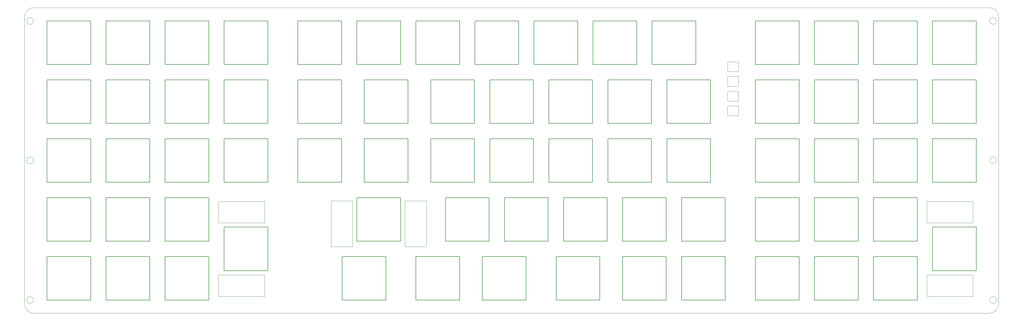
<source format=gm1>
G04 #@! TF.GenerationSoftware,KiCad,Pcbnew,(6.0.0)*
G04 #@! TF.CreationDate,2022-01-02T18:00:55+09:00*
G04 #@! TF.ProjectId,TwENkey,5477454e-6b65-4792-9e6b-696361645f70,rev?*
G04 #@! TF.SameCoordinates,Original*
G04 #@! TF.FileFunction,Profile,NP*
%FSLAX46Y46*%
G04 Gerber Fmt 4.6, Leading zero omitted, Abs format (unit mm)*
G04 Created by KiCad (PCBNEW (6.0.0)) date 2022-01-02 18:00:55*
%MOMM*%
%LPD*%
G01*
G04 APERTURE LIST*
G04 #@! TA.AperFunction,Profile*
%ADD10C,0.100000*%
G04 #@! TD*
G04 #@! TA.AperFunction,Profile*
%ADD11C,0.150000*%
G04 #@! TD*
G04 #@! TA.AperFunction,Profile*
%ADD12C,0.010000*%
G04 #@! TD*
G04 #@! TA.AperFunction,Profile*
%ADD13C,0.120000*%
G04 #@! TD*
G04 APERTURE END LIST*
D10*
X328625000Y-20250000D02*
G75*
G03*
X325625000Y-17250000I-3000001J-1D01*
G01*
X17275000Y-17250000D02*
G75*
G03*
X14275000Y-20250000I1J-3000001D01*
G01*
X14275000Y-113050000D02*
G75*
G03*
X17275000Y-116050000I3000001J1D01*
G01*
X328625000Y-113050000D02*
X328625000Y-20250000D01*
X14275000Y-20250000D02*
X14275000Y-113050000D01*
X17275000Y-116050000D02*
X325625000Y-116050000D01*
X325625000Y-17250000D02*
X17275000Y-17250000D01*
X325625000Y-116050000D02*
G75*
G03*
X328625000Y-113050000I-1J3000001D01*
G01*
D11*
X54675000Y-54675000D02*
X40575000Y-54675000D01*
X40575000Y-54675000D02*
X40575000Y-40575000D01*
X40575000Y-40575000D02*
X54675000Y-40575000D01*
X54675000Y-40575000D02*
X54675000Y-54675000D01*
X54675000Y-97725000D02*
X54675000Y-111825000D01*
X40575000Y-111825000D02*
X40575000Y-97725000D01*
X40575000Y-97725000D02*
X54675000Y-97725000D01*
X54675000Y-111825000D02*
X40575000Y-111825000D01*
X40575000Y-35625000D02*
X40575000Y-21525000D01*
X54675000Y-35625000D02*
X40575000Y-35625000D01*
X54675000Y-21525000D02*
X54675000Y-35625000D01*
X40575000Y-21525000D02*
X54675000Y-21525000D01*
X35625000Y-21525000D02*
X35625000Y-35625000D01*
X21525000Y-21525000D02*
X35625000Y-21525000D01*
X21525000Y-35625000D02*
X21525000Y-21525000D01*
X35625000Y-35625000D02*
X21525000Y-35625000D01*
X54675000Y-92775000D02*
X40575000Y-92775000D01*
X40575000Y-78675000D02*
X54675000Y-78675000D01*
X54675000Y-78675000D02*
X54675000Y-92775000D01*
X40575000Y-92775000D02*
X40575000Y-78675000D01*
X54675000Y-59625000D02*
X54675000Y-73725000D01*
X54675000Y-73725000D02*
X40575000Y-73725000D01*
X40575000Y-73725000D02*
X40575000Y-59625000D01*
X40575000Y-59625000D02*
X54675000Y-59625000D01*
X73725000Y-40575000D02*
X73725000Y-54675000D01*
X59625000Y-54675000D02*
X59625000Y-40575000D01*
X59625000Y-40575000D02*
X73725000Y-40575000D01*
X73725000Y-54675000D02*
X59625000Y-54675000D01*
X59625000Y-21525000D02*
X73725000Y-21525000D01*
X73725000Y-35625000D02*
X59625000Y-35625000D01*
X73725000Y-21525000D02*
X73725000Y-35625000D01*
X59625000Y-35625000D02*
X59625000Y-21525000D01*
X59625000Y-73725000D02*
X59625000Y-59625000D01*
X73725000Y-73725000D02*
X59625000Y-73725000D01*
X73725000Y-59625000D02*
X73725000Y-73725000D01*
X59625000Y-59625000D02*
X73725000Y-59625000D01*
X73725000Y-92775000D02*
X59625000Y-92775000D01*
X73725000Y-78675000D02*
X73725000Y-92775000D01*
X59625000Y-92775000D02*
X59625000Y-78675000D01*
X59625000Y-78675000D02*
X73725000Y-78675000D01*
X78675000Y-40575000D02*
X92775000Y-40575000D01*
X92775000Y-54675000D02*
X78675000Y-54675000D01*
X78675000Y-54675000D02*
X78675000Y-40575000D01*
X92775000Y-40575000D02*
X92775000Y-54675000D01*
X92775000Y-35625000D02*
X78675000Y-35625000D01*
X78675000Y-35625000D02*
X78675000Y-21525000D01*
X78675000Y-21525000D02*
X92775000Y-21525000D01*
X92775000Y-21525000D02*
X92775000Y-35625000D01*
X92775000Y-59625000D02*
X92775000Y-73725000D01*
X92775000Y-73725000D02*
X78675000Y-73725000D01*
X78675000Y-59625000D02*
X92775000Y-59625000D01*
X78675000Y-73725000D02*
X78675000Y-59625000D01*
X59625000Y-97725000D02*
X73725000Y-97725000D01*
X73725000Y-97725000D02*
X73725000Y-111825000D01*
X59625000Y-111825000D02*
X59625000Y-97725000D01*
X73725000Y-111825000D02*
X59625000Y-111825000D01*
X102487500Y-54675000D02*
X102487500Y-40575000D01*
X116587500Y-40575000D02*
X116587500Y-54675000D01*
X116587500Y-54675000D02*
X102487500Y-54675000D01*
X102487500Y-40575000D02*
X116587500Y-40575000D01*
X169162500Y-92775000D02*
X169162500Y-78675000D01*
X169162500Y-78675000D02*
X183262500Y-78675000D01*
X183262500Y-78675000D02*
X183262500Y-92775000D01*
X183262500Y-92775000D02*
X169162500Y-92775000D01*
X102487500Y-59625000D02*
X116587500Y-59625000D01*
X102487500Y-73725000D02*
X102487500Y-59625000D01*
X116587500Y-59625000D02*
X116587500Y-73725000D01*
X116587500Y-73725000D02*
X102487500Y-73725000D01*
X150112500Y-92775000D02*
X150112500Y-78675000D01*
X164212500Y-92775000D02*
X150112500Y-92775000D01*
X150112500Y-78675000D02*
X164212500Y-78675000D01*
X164212500Y-78675000D02*
X164212500Y-92775000D01*
X159450000Y-54675000D02*
X145350000Y-54675000D01*
X159450000Y-40575000D02*
X159450000Y-54675000D01*
X145350000Y-54675000D02*
X145350000Y-40575000D01*
X145350000Y-40575000D02*
X159450000Y-40575000D01*
X159450000Y-73725000D02*
X145350000Y-73725000D01*
X145350000Y-73725000D02*
X145350000Y-59625000D01*
X159450000Y-59625000D02*
X159450000Y-73725000D01*
X145350000Y-59625000D02*
X159450000Y-59625000D01*
X102487500Y-21525000D02*
X116587500Y-21525000D01*
X116587500Y-21525000D02*
X116587500Y-35625000D01*
X102487500Y-35625000D02*
X102487500Y-21525000D01*
X116587500Y-35625000D02*
X102487500Y-35625000D01*
X135637500Y-21525000D02*
X135637500Y-35625000D01*
X121537500Y-21525000D02*
X135637500Y-21525000D01*
X135637500Y-35625000D02*
X121537500Y-35625000D01*
X121537500Y-35625000D02*
X121537500Y-21525000D01*
X183450000Y-59625000D02*
X197550000Y-59625000D01*
X197550000Y-59625000D02*
X197550000Y-73725000D01*
X197550000Y-73725000D02*
X183450000Y-73725000D01*
X183450000Y-73725000D02*
X183450000Y-59625000D01*
X188212500Y-92775000D02*
X188212500Y-78675000D01*
X188212500Y-78675000D02*
X202312500Y-78675000D01*
X202312500Y-92775000D02*
X188212500Y-92775000D01*
X202312500Y-78675000D02*
X202312500Y-92775000D01*
X192787500Y-21525000D02*
X192787500Y-35625000D01*
X178687500Y-35625000D02*
X178687500Y-21525000D01*
X192787500Y-35625000D02*
X178687500Y-35625000D01*
X178687500Y-21525000D02*
X192787500Y-21525000D01*
X202500000Y-40575000D02*
X216600000Y-40575000D01*
X216600000Y-54675000D02*
X202500000Y-54675000D01*
X202500000Y-54675000D02*
X202500000Y-40575000D01*
X216600000Y-40575000D02*
X216600000Y-54675000D01*
X173737500Y-35625000D02*
X159637500Y-35625000D01*
X159637500Y-35625000D02*
X159637500Y-21525000D01*
X159637500Y-21525000D02*
X173737500Y-21525000D01*
X173737500Y-21525000D02*
X173737500Y-35625000D01*
X164400000Y-59625000D02*
X178500000Y-59625000D01*
X164400000Y-73725000D02*
X164400000Y-59625000D01*
X178500000Y-59625000D02*
X178500000Y-73725000D01*
X178500000Y-73725000D02*
X164400000Y-73725000D01*
X154687500Y-21525000D02*
X154687500Y-35625000D01*
X140587500Y-21525000D02*
X154687500Y-21525000D01*
X140587500Y-35625000D02*
X140587500Y-21525000D01*
X154687500Y-35625000D02*
X140587500Y-35625000D01*
X207262500Y-78675000D02*
X221362500Y-78675000D01*
X207262500Y-92775000D02*
X207262500Y-78675000D01*
X221362500Y-92775000D02*
X207262500Y-92775000D01*
X221362500Y-78675000D02*
X221362500Y-92775000D01*
X178500000Y-40575000D02*
X178500000Y-54675000D01*
X164400000Y-54675000D02*
X164400000Y-40575000D01*
X178500000Y-54675000D02*
X164400000Y-54675000D01*
X164400000Y-40575000D02*
X178500000Y-40575000D01*
X216600000Y-59625000D02*
X216600000Y-73725000D01*
X202500000Y-59625000D02*
X216600000Y-59625000D01*
X216600000Y-73725000D02*
X202500000Y-73725000D01*
X202500000Y-73725000D02*
X202500000Y-59625000D01*
X183450000Y-54675000D02*
X183450000Y-40575000D01*
X197550000Y-54675000D02*
X183450000Y-54675000D01*
X183450000Y-40575000D02*
X197550000Y-40575000D01*
X197550000Y-40575000D02*
X197550000Y-54675000D01*
X197737500Y-21525000D02*
X211837500Y-21525000D01*
X211837500Y-35625000D02*
X197737500Y-35625000D01*
X211837500Y-21525000D02*
X211837500Y-35625000D01*
X197737500Y-35625000D02*
X197737500Y-21525000D01*
X307275000Y-21525000D02*
X321375000Y-21525000D01*
X321375000Y-35625000D02*
X307275000Y-35625000D01*
X307275000Y-35625000D02*
X307275000Y-21525000D01*
X321375000Y-21525000D02*
X321375000Y-35625000D01*
X321375000Y-40575000D02*
X321375000Y-54675000D01*
X307275000Y-54675000D02*
X307275000Y-40575000D01*
X307275000Y-40575000D02*
X321375000Y-40575000D01*
X321375000Y-54675000D02*
X307275000Y-54675000D01*
X307275000Y-59625000D02*
X321375000Y-59625000D01*
X321375000Y-73725000D02*
X307275000Y-73725000D01*
X321375000Y-59625000D02*
X321375000Y-73725000D01*
X307275000Y-73725000D02*
X307275000Y-59625000D01*
X302325000Y-78675000D02*
X302325000Y-92775000D01*
X302325000Y-92775000D02*
X288225000Y-92775000D01*
X288225000Y-92775000D02*
X288225000Y-78675000D01*
X288225000Y-78675000D02*
X302325000Y-78675000D01*
X288225000Y-35625000D02*
X288225000Y-21525000D01*
X302325000Y-21525000D02*
X302325000Y-35625000D01*
X302325000Y-35625000D02*
X288225000Y-35625000D01*
X288225000Y-21525000D02*
X302325000Y-21525000D01*
X283275000Y-111825000D02*
X269175000Y-111825000D01*
X283275000Y-97725000D02*
X283275000Y-111825000D01*
X269175000Y-97725000D02*
X283275000Y-97725000D01*
X269175000Y-111825000D02*
X269175000Y-97725000D01*
X302325000Y-97725000D02*
X302325000Y-111825000D01*
X288225000Y-111825000D02*
X288225000Y-97725000D01*
X288225000Y-97725000D02*
X302325000Y-97725000D01*
X302325000Y-111825000D02*
X288225000Y-111825000D01*
X140587500Y-111825000D02*
X140587500Y-97725000D01*
X154687500Y-111825000D02*
X140587500Y-111825000D01*
X154687500Y-97725000D02*
X154687500Y-111825000D01*
X140587500Y-97725000D02*
X154687500Y-97725000D01*
X162018750Y-111825000D02*
X162018750Y-97725000D01*
X176118750Y-97725000D02*
X176118750Y-111825000D01*
X176118750Y-111825000D02*
X162018750Y-111825000D01*
X162018750Y-97725000D02*
X176118750Y-97725000D01*
X185831250Y-111825000D02*
X185831250Y-97725000D01*
X185831250Y-97725000D02*
X199931250Y-97725000D01*
X199931250Y-111825000D02*
X185831250Y-111825000D01*
X199931250Y-97725000D02*
X199931250Y-111825000D01*
X221362500Y-97725000D02*
X221362500Y-111825000D01*
X221362500Y-111825000D02*
X207262500Y-111825000D01*
X207262500Y-111825000D02*
X207262500Y-97725000D01*
X207262500Y-97725000D02*
X221362500Y-97725000D01*
D12*
X17175000Y-21550000D02*
G75*
G03*
X17175000Y-21550000I-1100000J0D01*
G01*
X17175000Y-66650000D02*
G75*
G03*
X17175000Y-66650000I-1100000J0D01*
G01*
X17175000Y-111750000D02*
G75*
G03*
X17175000Y-111750000I-1100000J0D01*
G01*
X327925000Y-21550000D02*
G75*
G03*
X327925000Y-21550000I-1100000J0D01*
G01*
X327925000Y-66650000D02*
G75*
G03*
X327925000Y-66650000I-1100000J0D01*
G01*
X327925000Y-111750000D02*
G75*
G03*
X327925000Y-111750000I-1100000J0D01*
G01*
D11*
X21525000Y-97725000D02*
X35625000Y-97725000D01*
X35625000Y-97725000D02*
X35625000Y-111825000D01*
X35625000Y-111825000D02*
X21525000Y-111825000D01*
X21525000Y-111825000D02*
X21525000Y-97725000D01*
X226312500Y-97725000D02*
X240412500Y-97725000D01*
X240412500Y-97725000D02*
X240412500Y-111825000D01*
X226312500Y-111825000D02*
X226312500Y-97725000D01*
X240412500Y-111825000D02*
X226312500Y-111825000D01*
X269175000Y-54675000D02*
X269175000Y-40575000D01*
X283275000Y-54675000D02*
X269175000Y-54675000D01*
X269175000Y-40575000D02*
X283275000Y-40575000D01*
X283275000Y-40575000D02*
X283275000Y-54675000D01*
X21525000Y-78675000D02*
X35625000Y-78675000D01*
X35625000Y-78675000D02*
X35625000Y-92775000D01*
X35625000Y-92775000D02*
X21525000Y-92775000D01*
X21525000Y-92775000D02*
X21525000Y-78675000D01*
X35625000Y-59625000D02*
X35625000Y-73725000D01*
X21525000Y-73725000D02*
X21525000Y-59625000D01*
X21525000Y-59625000D02*
X35625000Y-59625000D01*
X35625000Y-73725000D02*
X21525000Y-73725000D01*
X221550000Y-73725000D02*
X221550000Y-59625000D01*
X221550000Y-59625000D02*
X235650000Y-59625000D01*
X235650000Y-73725000D02*
X221550000Y-73725000D01*
X235650000Y-59625000D02*
X235650000Y-73725000D01*
X123918750Y-59625000D02*
X138018750Y-59625000D01*
X138018750Y-59625000D02*
X138018750Y-73725000D01*
X138018750Y-73725000D02*
X123918750Y-73725000D01*
X123918750Y-73725000D02*
X123918750Y-59625000D01*
X35625000Y-54675000D02*
X21525000Y-54675000D01*
X21525000Y-40575000D02*
X35625000Y-40575000D01*
X35625000Y-40575000D02*
X35625000Y-54675000D01*
X21525000Y-54675000D02*
X21525000Y-40575000D01*
X250125000Y-35625000D02*
X250125000Y-21525000D01*
X264225000Y-21525000D02*
X264225000Y-35625000D01*
X264225000Y-35625000D02*
X250125000Y-35625000D01*
X250125000Y-21525000D02*
X264225000Y-21525000D01*
X283275000Y-92775000D02*
X269175000Y-92775000D01*
X269175000Y-78675000D02*
X283275000Y-78675000D01*
X269175000Y-92775000D02*
X269175000Y-78675000D01*
X283275000Y-78675000D02*
X283275000Y-92775000D01*
D13*
X320325000Y-86850000D02*
X305525000Y-86850000D01*
X320325000Y-79850000D02*
X320325000Y-86850000D01*
D11*
X307275000Y-88200000D02*
X321375000Y-88200000D01*
D13*
X320325000Y-110650000D02*
X320325000Y-103650000D01*
X305525000Y-79850000D02*
X320325000Y-79850000D01*
D11*
X321375000Y-88200000D02*
X321375000Y-102300000D01*
D13*
X305525000Y-103650000D02*
X305525000Y-110650000D01*
D11*
X321375000Y-102300000D02*
X307275000Y-102300000D01*
X307275000Y-102300000D02*
X307275000Y-88200000D01*
D13*
X305525000Y-110650000D02*
X320325000Y-110650000D01*
X305525000Y-86850000D02*
X305525000Y-79850000D01*
X320325000Y-103650000D02*
X305525000Y-103650000D01*
D11*
X138018750Y-40575000D02*
X138018750Y-54675000D01*
X123918750Y-54675000D02*
X123918750Y-40575000D01*
X138018750Y-54675000D02*
X123918750Y-54675000D01*
X123918750Y-40575000D02*
X138018750Y-40575000D01*
X250125000Y-73725000D02*
X250125000Y-59625000D01*
X264225000Y-59625000D02*
X264225000Y-73725000D01*
X250125000Y-59625000D02*
X264225000Y-59625000D01*
X264225000Y-73725000D02*
X250125000Y-73725000D01*
D13*
X241137704Y-47439101D02*
X241137704Y-44239101D01*
X244637704Y-44239101D02*
X244637704Y-47439101D01*
X244637704Y-47439101D02*
X241137704Y-47439101D01*
X241137704Y-44239101D02*
X244637704Y-44239101D01*
X241137704Y-42676597D02*
X241137704Y-39476597D01*
X241137704Y-39476597D02*
X244637704Y-39476597D01*
X244637704Y-39476597D02*
X244637704Y-42676597D01*
X244637704Y-42676597D02*
X241137704Y-42676597D01*
X244637704Y-34714093D02*
X244637704Y-37914093D01*
X241137704Y-37914093D02*
X241137704Y-34714093D01*
X241137704Y-34714093D02*
X244637704Y-34714093D01*
X244637704Y-37914093D02*
X241137704Y-37914093D01*
D11*
X250125000Y-97725000D02*
X264225000Y-97725000D01*
X250125000Y-111825000D02*
X250125000Y-97725000D01*
X264225000Y-111825000D02*
X250125000Y-111825000D01*
X264225000Y-97725000D02*
X264225000Y-111825000D01*
X135637500Y-92775000D02*
X121537500Y-92775000D01*
D13*
X143987500Y-94525000D02*
X143987500Y-79725000D01*
X136987500Y-79725000D02*
X136987500Y-94525000D01*
X113187500Y-94525000D02*
X113187500Y-79725000D01*
X136987500Y-94525000D02*
X143987500Y-94525000D01*
X143987500Y-79725000D02*
X136987500Y-79725000D01*
D11*
X121537500Y-78675000D02*
X135637500Y-78675000D01*
D13*
X113187500Y-79725000D02*
X120187500Y-79725000D01*
D11*
X135637500Y-78675000D02*
X135637500Y-92775000D01*
D13*
X120187500Y-94525000D02*
X113187500Y-94525000D01*
D11*
X121537500Y-92775000D02*
X121537500Y-78675000D01*
D13*
X120187500Y-79725000D02*
X120187500Y-94525000D01*
D11*
X216787500Y-35625000D02*
X216787500Y-21525000D01*
X230887500Y-21525000D02*
X230887500Y-35625000D01*
X216787500Y-21525000D02*
X230887500Y-21525000D01*
X230887500Y-35625000D02*
X216787500Y-35625000D01*
X302325000Y-54675000D02*
X288225000Y-54675000D01*
X288225000Y-40575000D02*
X302325000Y-40575000D01*
X302325000Y-40575000D02*
X302325000Y-54675000D01*
X288225000Y-54675000D02*
X288225000Y-40575000D01*
D13*
X244637704Y-52201605D02*
X241137704Y-52201605D01*
X244637704Y-49001605D02*
X244637704Y-52201605D01*
X241137704Y-49001605D02*
X244637704Y-49001605D01*
X241137704Y-52201605D02*
X241137704Y-49001605D01*
D11*
X269175000Y-73725000D02*
X269175000Y-59625000D01*
X269175000Y-59625000D02*
X283275000Y-59625000D01*
X283275000Y-59625000D02*
X283275000Y-73725000D01*
X283275000Y-73725000D02*
X269175000Y-73725000D01*
X264225000Y-54675000D02*
X250125000Y-54675000D01*
X250125000Y-54675000D02*
X250125000Y-40575000D01*
X250125000Y-40575000D02*
X264225000Y-40575000D01*
X264225000Y-40575000D02*
X264225000Y-54675000D01*
X226312500Y-78675000D02*
X240412500Y-78675000D01*
X226312500Y-92775000D02*
X226312500Y-78675000D01*
X240412500Y-92775000D02*
X226312500Y-92775000D01*
X240412500Y-78675000D02*
X240412500Y-92775000D01*
D13*
X76925000Y-86850000D02*
X76925000Y-79850000D01*
X91725000Y-103650000D02*
X76925000Y-103650000D01*
X76925000Y-110650000D02*
X91725000Y-110650000D01*
D11*
X92775000Y-88200000D02*
X92775000Y-102300000D01*
X78675000Y-88200000D02*
X92775000Y-88200000D01*
D13*
X91725000Y-86850000D02*
X76925000Y-86850000D01*
X91725000Y-79850000D02*
X91725000Y-86850000D01*
X76925000Y-79850000D02*
X91725000Y-79850000D01*
X76925000Y-103650000D02*
X76925000Y-110650000D01*
X91725000Y-110650000D02*
X91725000Y-103650000D01*
D11*
X92775000Y-102300000D02*
X78675000Y-102300000D01*
X78675000Y-102300000D02*
X78675000Y-88200000D01*
X221550000Y-40575000D02*
X235650000Y-40575000D01*
X235650000Y-40575000D02*
X235650000Y-54675000D01*
X221550000Y-54675000D02*
X221550000Y-40575000D01*
X235650000Y-54675000D02*
X221550000Y-54675000D01*
X250125000Y-92775000D02*
X250125000Y-78675000D01*
X264225000Y-92775000D02*
X250125000Y-92775000D01*
X250125000Y-78675000D02*
X264225000Y-78675000D01*
X264225000Y-78675000D02*
X264225000Y-92775000D01*
X269175000Y-35625000D02*
X269175000Y-21525000D01*
X269175000Y-21525000D02*
X283275000Y-21525000D01*
X283275000Y-35625000D02*
X269175000Y-35625000D01*
X283275000Y-21525000D02*
X283275000Y-35625000D01*
X116775000Y-111825000D02*
X116775000Y-97725000D01*
X130875000Y-97725000D02*
X130875000Y-111825000D01*
X116775000Y-97725000D02*
X130875000Y-97725000D01*
X130875000Y-111825000D02*
X116775000Y-111825000D01*
X302325000Y-59625000D02*
X302325000Y-73725000D01*
X288225000Y-73725000D02*
X288225000Y-59625000D01*
X288225000Y-59625000D02*
X302325000Y-59625000D01*
X302325000Y-73725000D02*
X288225000Y-73725000D01*
M02*

</source>
